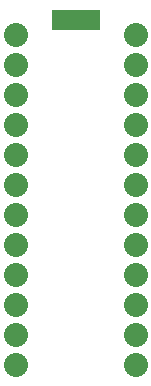
<source format=gbr>
G04 EAGLE Gerber RS-274X export*
G75*
%MOMM*%
%FSLAX34Y34*%
%LPD*%
%INSoldermask Bottom*%
%IPPOS*%
%AMOC8*
5,1,8,0,0,1.08239X$1,22.5*%
G01*
%ADD10C,2.032000*%
%ADD11R,4.165600X1.778000*%


D10*
X12700Y304800D03*
X12700Y279400D03*
X12700Y254000D03*
X12700Y228600D03*
X12700Y203200D03*
X12700Y177800D03*
X12700Y152400D03*
X12700Y127000D03*
X12700Y101600D03*
X12700Y76200D03*
X12700Y50800D03*
X12700Y25400D03*
X114300Y304800D03*
X114300Y279400D03*
X114300Y254000D03*
X114300Y228600D03*
X114300Y203200D03*
X114300Y177800D03*
X114300Y152400D03*
X114300Y127000D03*
X114300Y101600D03*
X114300Y76200D03*
X114300Y50800D03*
X114300Y25400D03*
D11*
X63500Y317500D03*
M02*

</source>
